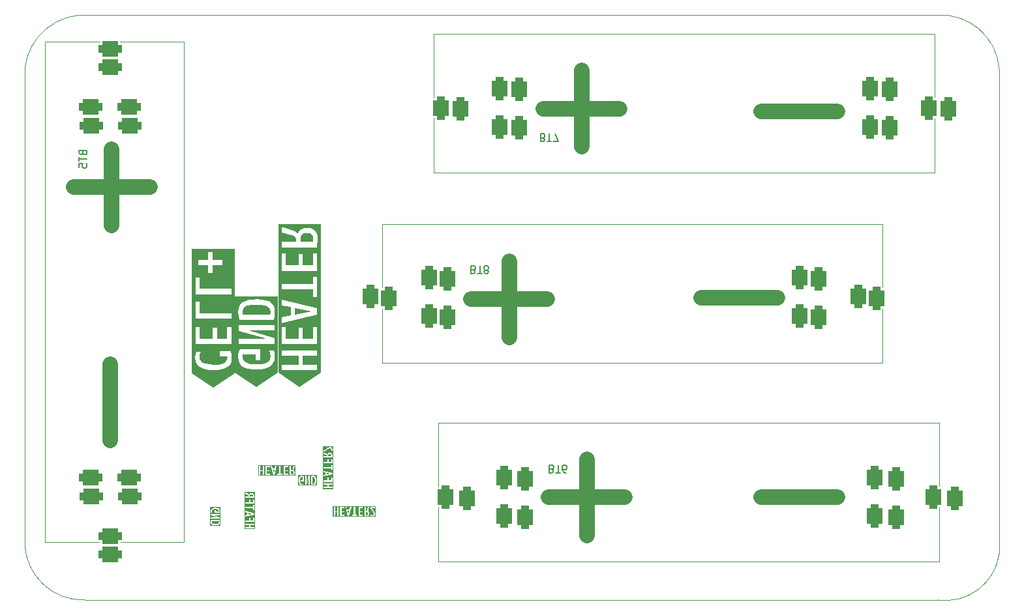
<source format=gbr>
%TF.GenerationSoftware,KiCad,Pcbnew,(6.0.7)*%
%TF.CreationDate,2022-11-15T13:11:22+02:00*%
%TF.ProjectId,Cell_Holder_Board_V2,43656c6c-5f48-46f6-9c64-65725f426f61,rev?*%
%TF.SameCoordinates,Original*%
%TF.FileFunction,Legend,Bot*%
%TF.FilePolarity,Positive*%
%FSLAX46Y46*%
G04 Gerber Fmt 4.6, Leading zero omitted, Abs format (unit mm)*
G04 Created by KiCad (PCBNEW (6.0.7)) date 2022-11-15 13:11:22*
%MOMM*%
%LPD*%
G01*
G04 APERTURE LIST*
G04 Aperture macros list*
%AMRoundRect*
0 Rectangle with rounded corners*
0 $1 Rounding radius*
0 $2 $3 $4 $5 $6 $7 $8 $9 X,Y pos of 4 corners*
0 Add a 4 corners polygon primitive as box body*
4,1,4,$2,$3,$4,$5,$6,$7,$8,$9,$2,$3,0*
0 Add four circle primitives for the rounded corners*
1,1,$1+$1,$2,$3*
1,1,$1+$1,$4,$5*
1,1,$1+$1,$6,$7*
1,1,$1+$1,$8,$9*
0 Add four rect primitives between the rounded corners*
20,1,$1+$1,$2,$3,$4,$5,0*
20,1,$1+$1,$4,$5,$6,$7,0*
20,1,$1+$1,$6,$7,$8,$9,0*
20,1,$1+$1,$8,$9,$2,$3,0*%
G04 Aperture macros list end*
%ADD10C,0.150000*%
%TA.AperFunction,Profile*%
%ADD11C,0.100000*%
%TD*%
%ADD12C,2.000000*%
%ADD13C,0.120000*%
%ADD14RoundRect,0.500000X0.500000X-1.000000X0.500000X1.000000X-0.500000X1.000000X-0.500000X-1.000000X0*%
%ADD15RoundRect,0.500000X-0.500000X1.000000X-0.500000X-1.000000X0.500000X-1.000000X0.500000X1.000000X0*%
%ADD16C,5.700000*%
%ADD17C,3.600000*%
%ADD18RoundRect,0.500000X-1.000000X-0.500000X1.000000X-0.500000X1.000000X0.500000X-1.000000X0.500000X0*%
%ADD19RoundRect,0.500000X1.000000X0.500000X-1.000000X0.500000X-1.000000X-0.500000X1.000000X-0.500000X0*%
%ADD20R,1.980000X3.960000*%
%ADD21O,1.980000X3.960000*%
G04 APERTURE END LIST*
D10*
X81915000Y-112395000D02*
X84455000Y-112395000D01*
X84455000Y-112395000D02*
X84455000Y-115443000D01*
X84455000Y-115443000D02*
X81915000Y-115443000D01*
X81915000Y-115443000D02*
X81915000Y-112395000D01*
X97155000Y-110744000D02*
X101600000Y-110744000D01*
X101600000Y-110744000D02*
X101600000Y-112141000D01*
X101600000Y-112141000D02*
X97155000Y-112141000D01*
X97155000Y-112141000D02*
X97155000Y-110744000D01*
D11*
X56278400Y-117520400D02*
G75*
G03*
X64028400Y-124770400I7563800J318200D01*
G01*
X182778400Y-118770400D02*
X182778400Y-55770400D01*
X174778400Y-124770402D02*
G75*
G03*
X182778400Y-118770400I1010310J6986252D01*
G01*
X64028400Y-124770400D02*
X174778400Y-124770400D01*
X174778400Y-48770400D02*
X64778400Y-48770400D01*
X64778401Y-48770393D02*
G75*
G03*
X56278400Y-55770400I-731671J-7772257D01*
G01*
X56278400Y-55770400D02*
X56278400Y-117520400D01*
X182778413Y-55770399D02*
G75*
G03*
X174778400Y-48770400I-7530713J-535101D01*
G01*
D10*
%TO.C,BT7*%
X123547285Y-64714428D02*
X123690142Y-64666809D01*
X123737761Y-64619190D01*
X123785380Y-64523952D01*
X123785380Y-64381095D01*
X123737761Y-64285857D01*
X123690142Y-64238238D01*
X123594904Y-64190619D01*
X123213952Y-64190619D01*
X123213952Y-65190619D01*
X123547285Y-65190619D01*
X123642523Y-65143000D01*
X123690142Y-65095380D01*
X123737761Y-65000142D01*
X123737761Y-64904904D01*
X123690142Y-64809666D01*
X123642523Y-64762047D01*
X123547285Y-64714428D01*
X123213952Y-64714428D01*
X124071095Y-65190619D02*
X124642523Y-65190619D01*
X124356809Y-64190619D02*
X124356809Y-65190619D01*
X124880619Y-65190619D02*
X125547285Y-65190619D01*
X125118714Y-64190619D01*
D12*
X123622419Y-60920428D02*
X133527180Y-60920428D01*
X128574800Y-55968047D02*
X128574800Y-65872809D01*
X151841819Y-61276028D02*
X161746580Y-61276028D01*
D10*
%TO.C,BT5*%
X63809571Y-66651285D02*
X63857190Y-66794142D01*
X63904809Y-66841761D01*
X64000047Y-66889380D01*
X64142904Y-66889380D01*
X64238142Y-66841761D01*
X64285761Y-66794142D01*
X64333380Y-66698904D01*
X64333380Y-66317952D01*
X63333380Y-66317952D01*
X63333380Y-66651285D01*
X63381000Y-66746523D01*
X63428619Y-66794142D01*
X63523857Y-66841761D01*
X63619095Y-66841761D01*
X63714333Y-66794142D01*
X63761952Y-66746523D01*
X63809571Y-66651285D01*
X63809571Y-66317952D01*
X63333380Y-67175095D02*
X63333380Y-67746523D01*
X64333380Y-67460809D02*
X63333380Y-67460809D01*
X63333380Y-68556047D02*
X63333380Y-68079857D01*
X63809571Y-68032238D01*
X63761952Y-68079857D01*
X63714333Y-68175095D01*
X63714333Y-68413190D01*
X63761952Y-68508428D01*
X63809571Y-68556047D01*
X63904809Y-68603666D01*
X64142904Y-68603666D01*
X64238142Y-68556047D01*
X64285761Y-68508428D01*
X64333380Y-68413190D01*
X64333380Y-68175095D01*
X64285761Y-68079857D01*
X64238142Y-68032238D01*
D12*
X67332571Y-94120319D02*
X67332571Y-104025080D01*
X67578171Y-66167619D02*
X67578171Y-76072380D01*
X72530552Y-71120000D02*
X62625790Y-71119999D01*
D10*
%TO.C,BT6*%
X124690285Y-107767428D02*
X124833142Y-107719809D01*
X124880761Y-107672190D01*
X124928380Y-107576952D01*
X124928380Y-107434095D01*
X124880761Y-107338857D01*
X124833142Y-107291238D01*
X124737904Y-107243619D01*
X124356952Y-107243619D01*
X124356952Y-108243619D01*
X124690285Y-108243619D01*
X124785523Y-108196000D01*
X124833142Y-108148380D01*
X124880761Y-108053142D01*
X124880761Y-107957904D01*
X124833142Y-107862666D01*
X124785523Y-107815047D01*
X124690285Y-107767428D01*
X124356952Y-107767428D01*
X125214095Y-108243619D02*
X125785523Y-108243619D01*
X125499809Y-107243619D02*
X125499809Y-108243619D01*
X126547428Y-108243619D02*
X126356952Y-108243619D01*
X126261714Y-108196000D01*
X126214095Y-108148380D01*
X126118857Y-108005523D01*
X126071238Y-107815047D01*
X126071238Y-107434095D01*
X126118857Y-107338857D01*
X126166476Y-107291238D01*
X126261714Y-107243619D01*
X126452190Y-107243619D01*
X126547428Y-107291238D01*
X126595047Y-107338857D01*
X126642666Y-107434095D01*
X126642666Y-107672190D01*
X126595047Y-107767428D01*
X126547428Y-107815047D01*
X126452190Y-107862666D01*
X126261714Y-107862666D01*
X126166476Y-107815047D01*
X126118857Y-107767428D01*
X126071238Y-107672190D01*
D12*
X151879919Y-111381828D02*
X161784680Y-111381828D01*
X124282819Y-111441028D02*
X134187580Y-111441028D01*
X129235200Y-106488647D02*
X129235200Y-116393409D01*
D10*
%TO.C,BT8*%
X114530285Y-81859428D02*
X114673142Y-81811809D01*
X114720761Y-81764190D01*
X114768380Y-81668952D01*
X114768380Y-81526095D01*
X114720761Y-81430857D01*
X114673142Y-81383238D01*
X114577904Y-81335619D01*
X114196952Y-81335619D01*
X114196952Y-82335619D01*
X114530285Y-82335619D01*
X114625523Y-82288000D01*
X114673142Y-82240380D01*
X114720761Y-82145142D01*
X114720761Y-82049904D01*
X114673142Y-81954666D01*
X114625523Y-81907047D01*
X114530285Y-81859428D01*
X114196952Y-81859428D01*
X115054095Y-82335619D02*
X115625523Y-82335619D01*
X115339809Y-81335619D02*
X115339809Y-82335619D01*
X116101714Y-81907047D02*
X116006476Y-81954666D01*
X115958857Y-82002285D01*
X115911238Y-82097523D01*
X115911238Y-82145142D01*
X115958857Y-82240380D01*
X116006476Y-82288000D01*
X116101714Y-82335619D01*
X116292190Y-82335619D01*
X116387428Y-82288000D01*
X116435047Y-82240380D01*
X116482666Y-82145142D01*
X116482666Y-82097523D01*
X116435047Y-82002285D01*
X116387428Y-81954666D01*
X116292190Y-81907047D01*
X116101714Y-81907047D01*
X116006476Y-81859428D01*
X115958857Y-81811809D01*
X115911238Y-81716571D01*
X115911238Y-81526095D01*
X115958857Y-81430857D01*
X116006476Y-81383238D01*
X116101714Y-81335619D01*
X116292190Y-81335619D01*
X116387428Y-81383238D01*
X116435047Y-81430857D01*
X116482666Y-81526095D01*
X116482666Y-81716571D01*
X116435047Y-81811809D01*
X116387428Y-81859428D01*
X116292190Y-81907047D01*
D12*
X144094819Y-85482228D02*
X153999580Y-85482228D01*
X114199019Y-85685428D02*
X124103780Y-85685428D01*
X119151400Y-80733047D02*
X119151400Y-90637809D01*
%TO.C,kibuzzard-63736DC2*%
G36*
X88605519Y-108346875D02*
G01*
X88603931Y-108346875D01*
X88495981Y-107802362D01*
X88713469Y-107802362D01*
X88605519Y-108346875D01*
G37*
G36*
X91026456Y-107993656D02*
G01*
X91094719Y-108029375D01*
X91132819Y-108093669D01*
X91145519Y-108191300D01*
X91133613Y-108284764D01*
X91097894Y-108349256D01*
X91037966Y-108386761D01*
X90953431Y-108399263D01*
X90861356Y-108386563D01*
X90861356Y-107981750D01*
X90923269Y-107981750D01*
X91026456Y-107993656D01*
G37*
G36*
X86604475Y-107263406D02*
G01*
X91449525Y-107263406D01*
X91449525Y-108636594D01*
X86604475Y-108636594D01*
X86604475Y-108521500D01*
X86703694Y-108521500D01*
X86876731Y-108521500D01*
X86876731Y-108053188D01*
X87159306Y-108053188D01*
X87159306Y-108521500D01*
X87338694Y-108521500D01*
X87540306Y-108521500D01*
X88095931Y-108521500D01*
X88095931Y-108383388D01*
X87718106Y-108383388D01*
X87718106Y-108053188D01*
X88080056Y-108053188D01*
X88080056Y-107918250D01*
X87718106Y-107918250D01*
X87718106Y-107500737D01*
X88095931Y-107500737D01*
X88095931Y-107362625D01*
X88230869Y-107362625D01*
X88503919Y-108521500D01*
X88710294Y-108521500D01*
X89077006Y-108521500D01*
X89727881Y-108521500D01*
X89921556Y-108521500D01*
X90477181Y-108521500D01*
X90477181Y-108505625D01*
X90683556Y-108505625D01*
X90772103Y-108523264D01*
X90862062Y-108533847D01*
X90953431Y-108537375D01*
X91068172Y-108528115D01*
X91160512Y-108500333D01*
X91230450Y-108454031D01*
X91279398Y-108387797D01*
X91308767Y-108300220D01*
X91318556Y-108191300D01*
X91307444Y-108087517D01*
X91274106Y-108003181D01*
X91218544Y-107938292D01*
X91140756Y-107892850D01*
X91140756Y-107889675D01*
X91201081Y-107811094D01*
X91251881Y-107686475D01*
X91350306Y-107362625D01*
X91167744Y-107362625D01*
X91075669Y-107696000D01*
X91049673Y-107768033D01*
X91019313Y-107812681D01*
X90923269Y-107843637D01*
X90861356Y-107843637D01*
X90861356Y-107362625D01*
X90683556Y-107362625D01*
X90683556Y-108505625D01*
X90477181Y-108505625D01*
X90477181Y-108383388D01*
X90099356Y-108383388D01*
X90099356Y-108053188D01*
X90461306Y-108053188D01*
X90461306Y-107918250D01*
X90099356Y-107918250D01*
X90099356Y-107500737D01*
X90477181Y-107500737D01*
X90477181Y-107362625D01*
X89921556Y-107362625D01*
X89921556Y-108521500D01*
X89727881Y-108521500D01*
X89727881Y-108383388D01*
X89491344Y-108383388D01*
X89491344Y-107362625D01*
X89313544Y-107362625D01*
X89313544Y-108383388D01*
X89077006Y-108383388D01*
X89077006Y-108521500D01*
X88710294Y-108521500D01*
X88984931Y-107362625D01*
X88800781Y-107362625D01*
X88740456Y-107667425D01*
X88468994Y-107667425D01*
X88408669Y-107362625D01*
X88230869Y-107362625D01*
X88095931Y-107362625D01*
X87540306Y-107362625D01*
X87540306Y-108521500D01*
X87338694Y-108521500D01*
X87338694Y-107362625D01*
X87159306Y-107362625D01*
X87159306Y-107918250D01*
X86876731Y-107918250D01*
X86876731Y-107362625D01*
X86703694Y-107362625D01*
X86703694Y-108521500D01*
X86604475Y-108521500D01*
X86604475Y-107263406D01*
G37*
%TO.C,kibuzzard-63736FCA*%
G36*
X96027875Y-108350050D02*
G01*
X96027875Y-108351638D01*
X95483362Y-108459588D01*
X95483362Y-108242100D01*
X96027875Y-108350050D01*
G37*
G36*
X96317594Y-104786906D02*
G01*
X96317594Y-110351094D01*
X94944406Y-110351094D01*
X94944406Y-110251875D01*
X95043625Y-110251875D01*
X96202500Y-110251875D01*
X96202500Y-110078838D01*
X95734188Y-110078838D01*
X95734188Y-109796263D01*
X96202500Y-109796263D01*
X96202500Y-109616875D01*
X95043625Y-109616875D01*
X95043625Y-109796263D01*
X95599250Y-109796263D01*
X95599250Y-110078838D01*
X95043625Y-110078838D01*
X95043625Y-110251875D01*
X94944406Y-110251875D01*
X94944406Y-109415263D01*
X95043625Y-109415263D01*
X96202500Y-109415263D01*
X96202500Y-108859638D01*
X96064388Y-108859638D01*
X96064388Y-109237463D01*
X95734188Y-109237463D01*
X95734188Y-108875513D01*
X95599250Y-108875513D01*
X95599250Y-109237463D01*
X95181737Y-109237463D01*
X95181737Y-108859638D01*
X95043625Y-108859638D01*
X95043625Y-109415263D01*
X94944406Y-109415263D01*
X94944406Y-107970638D01*
X95043625Y-107970638D01*
X95043625Y-108154788D01*
X95348425Y-108215113D01*
X95348425Y-108486575D01*
X95043625Y-108546900D01*
X95043625Y-108724700D01*
X96202500Y-108451650D01*
X96202500Y-108245275D01*
X95043625Y-107970638D01*
X94944406Y-107970638D01*
X94944406Y-107464225D01*
X95043625Y-107464225D01*
X95043625Y-107642025D01*
X96064388Y-107642025D01*
X96064388Y-107878563D01*
X96202500Y-107878563D01*
X96202500Y-107227687D01*
X96064388Y-107227687D01*
X96064388Y-107464225D01*
X95043625Y-107464225D01*
X94944406Y-107464225D01*
X94944406Y-107034012D01*
X95043625Y-107034012D01*
X96202500Y-107034012D01*
X96202500Y-106478387D01*
X96064388Y-106478387D01*
X96064388Y-106856212D01*
X95734188Y-106856212D01*
X95734188Y-106494262D01*
X95599250Y-106494262D01*
X95599250Y-106856212D01*
X95181737Y-106856212D01*
X95181737Y-106478387D01*
X95043625Y-106478387D01*
X95043625Y-107034012D01*
X94944406Y-107034012D01*
X94944406Y-106272012D01*
X95043625Y-106272012D01*
X96186625Y-106272012D01*
X96204264Y-106183465D01*
X96214847Y-106093507D01*
X96218375Y-106002137D01*
X96209115Y-105887397D01*
X96181333Y-105795057D01*
X96135031Y-105725119D01*
X96068797Y-105676171D01*
X95981220Y-105646802D01*
X95872300Y-105637012D01*
X95768517Y-105648125D01*
X95684181Y-105681462D01*
X95619292Y-105737025D01*
X95573850Y-105814812D01*
X95570675Y-105814812D01*
X95492094Y-105754487D01*
X95367475Y-105703687D01*
X95043625Y-105605262D01*
X95043625Y-105787825D01*
X95377000Y-105879900D01*
X95449033Y-105905895D01*
X95493681Y-105936256D01*
X95524637Y-106032300D01*
X95524637Y-106094212D01*
X95043625Y-106094212D01*
X95043625Y-106272012D01*
X94944406Y-106272012D01*
X94944406Y-105457625D01*
X95043625Y-105457625D01*
X95181737Y-105457625D01*
X95300217Y-105355701D01*
X95413448Y-105269458D01*
X95521430Y-105198895D01*
X95624164Y-105144013D01*
X95721649Y-105104811D01*
X95813886Y-105081290D01*
X95900875Y-105073450D01*
X95981838Y-105081983D01*
X96037400Y-105107581D01*
X96080263Y-105211562D01*
X96069856Y-105286175D01*
X96038635Y-105368196D01*
X95986600Y-105457625D01*
X96135825Y-105457625D01*
X96181686Y-105369783D01*
X96209203Y-105275592D01*
X96218375Y-105175050D01*
X96198730Y-105054598D01*
X96139794Y-104966294D01*
X96042758Y-104912120D01*
X95908813Y-104894062D01*
X95808271Y-104904028D01*
X95701379Y-104933926D01*
X95588137Y-104983756D01*
X95497452Y-105035499D01*
X95400019Y-105101033D01*
X95295839Y-105180358D01*
X95184912Y-105273475D01*
X95181737Y-105273475D01*
X95181737Y-104886125D01*
X95043625Y-104886125D01*
X95043625Y-105457625D01*
X94944406Y-105457625D01*
X94944406Y-104786906D01*
X96317594Y-104786906D01*
G37*
G36*
X95965764Y-105821956D02*
G01*
X96030256Y-105857675D01*
X96067761Y-105917603D01*
X96080263Y-106002137D01*
X96067563Y-106094212D01*
X95662750Y-106094212D01*
X95662750Y-106032300D01*
X95674656Y-105929112D01*
X95710375Y-105860850D01*
X95774669Y-105822750D01*
X95872300Y-105810050D01*
X95965764Y-105821956D01*
G37*
G36*
X100699888Y-113327656D02*
G01*
X100768150Y-113363375D01*
X100806250Y-113427669D01*
X100818950Y-113525300D01*
X100807044Y-113618764D01*
X100771325Y-113683256D01*
X100711397Y-113720761D01*
X100626863Y-113733263D01*
X100534788Y-113720563D01*
X100534788Y-113315750D01*
X100596700Y-113315750D01*
X100699888Y-113327656D01*
G37*
G36*
X98278950Y-113680875D02*
G01*
X98277362Y-113680875D01*
X98169412Y-113136362D01*
X98386900Y-113136362D01*
X98278950Y-113680875D01*
G37*
G36*
X96277906Y-112597406D02*
G01*
X101842094Y-112597406D01*
X101842094Y-113970594D01*
X96277906Y-113970594D01*
X96277906Y-113855500D01*
X96377125Y-113855500D01*
X96550162Y-113855500D01*
X96550162Y-113387188D01*
X96832737Y-113387188D01*
X96832737Y-113855500D01*
X97012125Y-113855500D01*
X97213737Y-113855500D01*
X97769362Y-113855500D01*
X97769362Y-113717388D01*
X97391537Y-113717388D01*
X97391537Y-113387188D01*
X97753487Y-113387188D01*
X97753487Y-113252250D01*
X97391537Y-113252250D01*
X97391537Y-112834737D01*
X97769362Y-112834737D01*
X97769362Y-112696625D01*
X97904300Y-112696625D01*
X98177350Y-113855500D01*
X98383725Y-113855500D01*
X98750437Y-113855500D01*
X99401313Y-113855500D01*
X99594988Y-113855500D01*
X100150613Y-113855500D01*
X100150613Y-113839625D01*
X100356988Y-113839625D01*
X100445535Y-113857264D01*
X100535493Y-113867847D01*
X100626863Y-113871375D01*
X100741603Y-113862115D01*
X100833943Y-113834333D01*
X100902682Y-113788825D01*
X101171375Y-113788825D01*
X101259217Y-113834686D01*
X101353408Y-113862203D01*
X101453950Y-113871375D01*
X101574402Y-113851730D01*
X101662706Y-113792794D01*
X101716880Y-113695758D01*
X101734938Y-113561813D01*
X101724972Y-113461271D01*
X101695074Y-113354379D01*
X101645244Y-113241137D01*
X101593501Y-113150452D01*
X101527967Y-113053019D01*
X101448642Y-112948839D01*
X101355525Y-112837912D01*
X101355525Y-112834737D01*
X101742875Y-112834737D01*
X101742875Y-112696625D01*
X101171375Y-112696625D01*
X101171375Y-112834737D01*
X101273299Y-112953217D01*
X101359542Y-113066448D01*
X101430105Y-113174430D01*
X101484987Y-113277164D01*
X101524189Y-113374649D01*
X101547710Y-113466886D01*
X101555550Y-113553875D01*
X101547017Y-113634838D01*
X101521419Y-113690400D01*
X101417438Y-113733263D01*
X101342825Y-113722856D01*
X101260804Y-113691635D01*
X101171375Y-113639600D01*
X101171375Y-113788825D01*
X100902682Y-113788825D01*
X100903881Y-113788031D01*
X100952829Y-113721797D01*
X100982198Y-113634220D01*
X100991988Y-113525300D01*
X100980875Y-113421517D01*
X100947538Y-113337181D01*
X100891975Y-113272292D01*
X100814188Y-113226850D01*
X100814188Y-113223675D01*
X100874513Y-113145094D01*
X100925313Y-113020475D01*
X101023738Y-112696625D01*
X100841175Y-112696625D01*
X100749100Y-113030000D01*
X100723105Y-113102033D01*
X100692744Y-113146681D01*
X100596700Y-113177637D01*
X100534788Y-113177637D01*
X100534788Y-112696625D01*
X100356988Y-112696625D01*
X100356988Y-113839625D01*
X100150613Y-113839625D01*
X100150613Y-113717388D01*
X99772788Y-113717388D01*
X99772788Y-113387188D01*
X100134738Y-113387188D01*
X100134738Y-113252250D01*
X99772788Y-113252250D01*
X99772788Y-112834737D01*
X100150613Y-112834737D01*
X100150613Y-112696625D01*
X99594988Y-112696625D01*
X99594988Y-113855500D01*
X99401313Y-113855500D01*
X99401313Y-113717388D01*
X99164775Y-113717388D01*
X99164775Y-112696625D01*
X98986975Y-112696625D01*
X98986975Y-113717388D01*
X98750437Y-113717388D01*
X98750437Y-113855500D01*
X98383725Y-113855500D01*
X98658362Y-112696625D01*
X98474212Y-112696625D01*
X98413887Y-113001425D01*
X98142425Y-113001425D01*
X98082100Y-112696625D01*
X97904300Y-112696625D01*
X97769362Y-112696625D01*
X97213737Y-112696625D01*
X97213737Y-113855500D01*
X97012125Y-113855500D01*
X97012125Y-112696625D01*
X96832737Y-112696625D01*
X96832737Y-113252250D01*
X96550162Y-113252250D01*
X96550162Y-112696625D01*
X96377125Y-112696625D01*
X96377125Y-113855500D01*
X96277906Y-113855500D01*
X96277906Y-112597406D01*
G37*
%TO.C,kibuzzard-63736DA7*%
G36*
X91724162Y-108525469D02*
G01*
X94203838Y-108525469D01*
X94203838Y-109914531D01*
X91724162Y-109914531D01*
X91724162Y-109227938D01*
X91823381Y-109227938D01*
X91830079Y-109370118D01*
X91850170Y-109491859D01*
X91883657Y-109593162D01*
X91930537Y-109674025D01*
X92013881Y-109752518D01*
X92121037Y-109799614D01*
X92252006Y-109815313D01*
X92353209Y-109806581D01*
X92379726Y-109799438D01*
X92656819Y-109799438D01*
X92840969Y-109799438D01*
X93088619Y-108958062D01*
X93093381Y-108958062D01*
X93093381Y-109799438D01*
X93260069Y-109799438D01*
X93260069Y-109783563D01*
X93437869Y-109783563D01*
X93562091Y-109807375D01*
X93687106Y-109815313D01*
X93821426Y-109800937D01*
X93928053Y-109757810D01*
X94006988Y-109685931D01*
X94049701Y-109609285D01*
X94080211Y-109508727D01*
X94098517Y-109384257D01*
X94104619Y-109235875D01*
X94099415Y-109092118D01*
X94083805Y-108969881D01*
X94057788Y-108869162D01*
X94000439Y-108754267D01*
X93922056Y-108679456D01*
X93818869Y-108638380D01*
X93687106Y-108624687D01*
X93557328Y-108632625D01*
X93437869Y-108656437D01*
X93437869Y-109783563D01*
X93260069Y-109783563D01*
X93260069Y-108640562D01*
X93082269Y-108640562D01*
X92834619Y-109481938D01*
X92831444Y-109481938D01*
X92831444Y-108640562D01*
X92656819Y-108640562D01*
X92656819Y-109799438D01*
X92379726Y-109799438D01*
X92450444Y-109780388D01*
X92450444Y-109637513D01*
X92349241Y-109666088D01*
X92252006Y-109675613D01*
X92138897Y-109650411D01*
X92059919Y-109574806D01*
X92025523Y-109491463D01*
X92004885Y-109375840D01*
X91998006Y-109227938D01*
X92004533Y-109076596D01*
X92024112Y-108957004D01*
X92056744Y-108869162D01*
X92128181Y-108788200D01*
X92225019Y-108761212D01*
X92320269Y-108780262D01*
X92320269Y-109196187D01*
X92120244Y-109196187D01*
X92120244Y-109331125D01*
X92490131Y-109331125D01*
X92490131Y-108680250D01*
X92405112Y-108649382D01*
X92315153Y-108630861D01*
X92220256Y-108624687D01*
X92127239Y-108634113D01*
X92046623Y-108662391D01*
X91978411Y-108709520D01*
X91922600Y-108775500D01*
X91879192Y-108860332D01*
X91848186Y-108964016D01*
X91829582Y-109086551D01*
X91823381Y-109227938D01*
X91724162Y-109227938D01*
X91724162Y-108525469D01*
G37*
G36*
X93798033Y-108786612D02*
G01*
X93873638Y-108862812D01*
X93905828Y-108949419D01*
X93925143Y-109073774D01*
X93931581Y-109235875D01*
X93925055Y-109382631D01*
X93905476Y-109496931D01*
X93872844Y-109578775D01*
X93797041Y-109652594D01*
X93687106Y-109677200D01*
X93615669Y-109662913D01*
X93615669Y-108775500D01*
X93687106Y-108761212D01*
X93798033Y-108786612D01*
G37*
%TO.C,kibuzzard-63736DC2*%
G36*
X85805764Y-111050387D02*
G01*
X85870256Y-111086106D01*
X85907761Y-111146034D01*
X85920263Y-111230569D01*
X85907563Y-111322644D01*
X85502750Y-111322644D01*
X85502750Y-111260731D01*
X85514656Y-111157544D01*
X85550375Y-111089281D01*
X85614669Y-111051181D01*
X85712300Y-111038481D01*
X85805764Y-111050387D01*
G37*
G36*
X85867875Y-113578481D02*
G01*
X85867875Y-113580069D01*
X85323362Y-113688019D01*
X85323362Y-113470531D01*
X85867875Y-113578481D01*
G37*
G36*
X86157594Y-110734475D02*
G01*
X86157594Y-115579525D01*
X84784406Y-115579525D01*
X84784406Y-115480306D01*
X84883625Y-115480306D01*
X86042500Y-115480306D01*
X86042500Y-115307269D01*
X85574188Y-115307269D01*
X85574188Y-115024694D01*
X86042500Y-115024694D01*
X86042500Y-114845306D01*
X84883625Y-114845306D01*
X84883625Y-115024694D01*
X85439250Y-115024694D01*
X85439250Y-115307269D01*
X84883625Y-115307269D01*
X84883625Y-115480306D01*
X84784406Y-115480306D01*
X84784406Y-114643694D01*
X84883625Y-114643694D01*
X86042500Y-114643694D01*
X86042500Y-114088069D01*
X85904388Y-114088069D01*
X85904388Y-114465894D01*
X85574188Y-114465894D01*
X85574188Y-114103944D01*
X85439250Y-114103944D01*
X85439250Y-114465894D01*
X85021737Y-114465894D01*
X85021737Y-114088069D01*
X84883625Y-114088069D01*
X84883625Y-114643694D01*
X84784406Y-114643694D01*
X84784406Y-113199069D01*
X84883625Y-113199069D01*
X84883625Y-113383219D01*
X85188425Y-113443544D01*
X85188425Y-113715006D01*
X84883625Y-113775331D01*
X84883625Y-113953131D01*
X86042500Y-113680081D01*
X86042500Y-113473706D01*
X84883625Y-113199069D01*
X84784406Y-113199069D01*
X84784406Y-112692656D01*
X84883625Y-112692656D01*
X84883625Y-112870456D01*
X85904388Y-112870456D01*
X85904388Y-113106994D01*
X86042500Y-113106994D01*
X86042500Y-112456119D01*
X85904388Y-112456119D01*
X85904388Y-112692656D01*
X84883625Y-112692656D01*
X84784406Y-112692656D01*
X84784406Y-112262444D01*
X84883625Y-112262444D01*
X86042500Y-112262444D01*
X86042500Y-111706819D01*
X85904388Y-111706819D01*
X85904388Y-112084644D01*
X85574188Y-112084644D01*
X85574188Y-111722694D01*
X85439250Y-111722694D01*
X85439250Y-112084644D01*
X85021737Y-112084644D01*
X85021737Y-111706819D01*
X84883625Y-111706819D01*
X84883625Y-112262444D01*
X84784406Y-112262444D01*
X84784406Y-111016256D01*
X84883625Y-111016256D01*
X85217000Y-111108331D01*
X85289033Y-111134327D01*
X85333681Y-111164687D01*
X85364637Y-111260731D01*
X85364637Y-111322644D01*
X84883625Y-111322644D01*
X84883625Y-111500444D01*
X86026625Y-111500444D01*
X86044264Y-111411897D01*
X86054847Y-111321938D01*
X86058375Y-111230569D01*
X86049115Y-111115828D01*
X86021333Y-111023488D01*
X85975031Y-110953550D01*
X85908797Y-110904602D01*
X85821220Y-110875233D01*
X85712300Y-110865444D01*
X85608517Y-110876556D01*
X85524181Y-110909894D01*
X85459292Y-110965456D01*
X85413850Y-111043244D01*
X85410675Y-111043244D01*
X85332094Y-110982919D01*
X85207475Y-110932119D01*
X84883625Y-110833694D01*
X84883625Y-111016256D01*
X84784406Y-111016256D01*
X84784406Y-110734475D01*
X86157594Y-110734475D01*
G37*
%TO.C,kibuzzard-63736DA7*%
G36*
X80331469Y-115158838D02*
G01*
X80331469Y-114642106D01*
X80430687Y-114642106D01*
X80445063Y-114776426D01*
X80488190Y-114883053D01*
X80560069Y-114961988D01*
X80636715Y-115004701D01*
X80737273Y-115035211D01*
X80861743Y-115053517D01*
X81010125Y-115059619D01*
X81153882Y-115054415D01*
X81276119Y-115038805D01*
X81376838Y-115012788D01*
X81491733Y-114955439D01*
X81566544Y-114877056D01*
X81607620Y-114773869D01*
X81621313Y-114642106D01*
X81613375Y-114512328D01*
X81589563Y-114392869D01*
X80462437Y-114392869D01*
X80438625Y-114517091D01*
X80430687Y-114642106D01*
X80331469Y-114642106D01*
X80331469Y-114215069D01*
X80446562Y-114215069D01*
X81605438Y-114215069D01*
X81605438Y-114037269D01*
X80764062Y-113789619D01*
X80764062Y-113786444D01*
X81605438Y-113786444D01*
X81605438Y-113611819D01*
X80446562Y-113611819D01*
X80446562Y-113795969D01*
X81287938Y-114043619D01*
X81287938Y-114048381D01*
X80446562Y-114048381D01*
X80446562Y-114215069D01*
X80331469Y-114215069D01*
X80331469Y-113207006D01*
X80430687Y-113207006D01*
X80439419Y-113308209D01*
X80465612Y-113405444D01*
X80608487Y-113405444D01*
X80579912Y-113304241D01*
X80570387Y-113207006D01*
X80595589Y-113093897D01*
X80671194Y-113014919D01*
X80754537Y-112980523D01*
X80870160Y-112959885D01*
X81018062Y-112953006D01*
X81169404Y-112959533D01*
X81288996Y-112979112D01*
X81376838Y-113011744D01*
X81457800Y-113083181D01*
X81484788Y-113180019D01*
X81465738Y-113275269D01*
X81049813Y-113275269D01*
X81049813Y-113075244D01*
X80914875Y-113075244D01*
X80914875Y-113445131D01*
X81565750Y-113445131D01*
X81596618Y-113360112D01*
X81615139Y-113270153D01*
X81621313Y-113175256D01*
X81611887Y-113082239D01*
X81583609Y-113001623D01*
X81536480Y-112933411D01*
X81470500Y-112877600D01*
X81385668Y-112834192D01*
X81281984Y-112803186D01*
X81159449Y-112784582D01*
X81018062Y-112778381D01*
X80875882Y-112785079D01*
X80754141Y-112805170D01*
X80652838Y-112838657D01*
X80571975Y-112885537D01*
X80493482Y-112968881D01*
X80446386Y-113076037D01*
X80430687Y-113207006D01*
X80331469Y-113207006D01*
X80331469Y-112679162D01*
X81720531Y-112679162D01*
X81720531Y-115158838D01*
X80331469Y-115158838D01*
G37*
G36*
X81484788Y-114642106D02*
G01*
X81459388Y-114753033D01*
X81383188Y-114828638D01*
X81296581Y-114860828D01*
X81172226Y-114880143D01*
X81010125Y-114886581D01*
X80863369Y-114880055D01*
X80749069Y-114860476D01*
X80667225Y-114827844D01*
X80593406Y-114752041D01*
X80568800Y-114642106D01*
X80583087Y-114570669D01*
X81470500Y-114570669D01*
X81484788Y-114642106D01*
G37*
D13*
%TO.C,BT7*%
X109384400Y-69206400D02*
X174384400Y-69206400D01*
X174384400Y-69206400D02*
X174384400Y-51206400D01*
X174384400Y-51206400D02*
X109384400Y-51206400D01*
X109384400Y-51206400D02*
X109384400Y-69206400D01*
%TO.C,kibuzzard-63734D11*%
G36*
X93287056Y-77145092D02*
G01*
X93545025Y-77287967D01*
X93695044Y-77527679D01*
X93745050Y-77865817D01*
X93694250Y-78234117D01*
X92075000Y-78234117D01*
X92075000Y-77986467D01*
X92122625Y-77573717D01*
X92265500Y-77300667D01*
X92522675Y-77148267D01*
X92913200Y-77097467D01*
X93287056Y-77145092D01*
G37*
G36*
X93535500Y-87257467D02*
G01*
X93535500Y-87263817D01*
X91357450Y-87695617D01*
X91357450Y-86825667D01*
X93535500Y-87257467D01*
G37*
G36*
X94694375Y-75881442D02*
G01*
X94694375Y-95261642D01*
X91948000Y-97092558D01*
X89201625Y-95261642D01*
X89201625Y-94864767D01*
X89598500Y-94864767D01*
X94234000Y-94864767D01*
X94234000Y-94172617D01*
X92360750Y-94172617D01*
X92360750Y-93042317D01*
X94234000Y-93042317D01*
X94234000Y-92324767D01*
X89598500Y-92324767D01*
X89598500Y-93042317D01*
X91821000Y-93042317D01*
X91821000Y-94172617D01*
X89598500Y-94172617D01*
X89598500Y-94864767D01*
X89201625Y-94864767D01*
X89201625Y-91518317D01*
X89598500Y-91518317D01*
X94234000Y-91518317D01*
X94234000Y-89295817D01*
X93681550Y-89295817D01*
X93681550Y-90807117D01*
X92360750Y-90807117D01*
X92360750Y-89359317D01*
X91821000Y-89359317D01*
X91821000Y-90807117D01*
X90150950Y-90807117D01*
X90150950Y-89295817D01*
X89598500Y-89295817D01*
X89598500Y-91518317D01*
X89201625Y-91518317D01*
X89201625Y-85739817D01*
X89598500Y-85739817D01*
X89598500Y-86476417D01*
X90817700Y-86717717D01*
X90817700Y-87803567D01*
X89598500Y-88044867D01*
X89598500Y-88756067D01*
X94234000Y-87663867D01*
X94234000Y-86838367D01*
X89598500Y-85739817D01*
X89201625Y-85739817D01*
X89201625Y-83714167D01*
X89598500Y-83714167D01*
X89598500Y-84425367D01*
X93681550Y-84425367D01*
X93681550Y-85371517D01*
X94234000Y-85371517D01*
X94234000Y-82768017D01*
X93681550Y-82768017D01*
X93681550Y-83714167D01*
X89598500Y-83714167D01*
X89201625Y-83714167D01*
X89201625Y-81993317D01*
X89598500Y-81993317D01*
X94234000Y-81993317D01*
X94234000Y-79770817D01*
X93681550Y-79770817D01*
X93681550Y-81282117D01*
X92360750Y-81282117D01*
X92360750Y-79834317D01*
X91821000Y-79834317D01*
X91821000Y-81282117D01*
X90150950Y-81282117D01*
X90150950Y-79770817D01*
X89598500Y-79770817D01*
X89598500Y-81993317D01*
X89201625Y-81993317D01*
X89201625Y-77008567D01*
X89598500Y-77008567D01*
X90932000Y-77376867D01*
X91220131Y-77480848D01*
X91398725Y-77602292D01*
X91522550Y-77986467D01*
X91522550Y-78234117D01*
X89598500Y-78234117D01*
X89598500Y-78945317D01*
X94170500Y-78945317D01*
X94241056Y-78591128D01*
X94283389Y-78231294D01*
X94297500Y-77865817D01*
X94260458Y-77406853D01*
X94149333Y-77037494D01*
X93964125Y-76757742D01*
X93699189Y-76561950D01*
X93348881Y-76444475D01*
X92913200Y-76405317D01*
X92498069Y-76449767D01*
X92160725Y-76583117D01*
X91901169Y-76805367D01*
X91719400Y-77116517D01*
X91706700Y-77116517D01*
X91392375Y-76875217D01*
X90893900Y-76672017D01*
X89598500Y-76278317D01*
X89598500Y-77008567D01*
X89201625Y-77008567D01*
X89201625Y-75881442D01*
X94694375Y-75881442D01*
G37*
%TO.C,kibuzzard-63734D02*%
G36*
X87010522Y-86415739D02*
G01*
X87467722Y-86494056D01*
X87795100Y-86624583D01*
X88090375Y-86927796D01*
X88188800Y-87367533D01*
X88131650Y-87653283D01*
X84582000Y-87653283D01*
X84524850Y-87367533D01*
X84626450Y-86923827D01*
X84931250Y-86621408D01*
X85277678Y-86492644D01*
X85775094Y-86415386D01*
X86423500Y-86389633D01*
X87010522Y-86415739D01*
G37*
G36*
X89138125Y-85300608D02*
G01*
X89138125Y-95219308D01*
X86360000Y-97071392D01*
X83581875Y-95219308D01*
X83581875Y-93234933D01*
X83978750Y-93234933D01*
X84016453Y-93607004D01*
X84129562Y-93929465D01*
X84318078Y-94202316D01*
X84582000Y-94425558D01*
X84921328Y-94599191D01*
X85336062Y-94723215D01*
X85826203Y-94797629D01*
X86391750Y-94822433D01*
X86960472Y-94795644D01*
X87447438Y-94715277D01*
X87852647Y-94581332D01*
X88176100Y-94393808D01*
X88490072Y-94060433D01*
X88678456Y-93631808D01*
X88741250Y-93107933D01*
X88706325Y-92703121D01*
X88601550Y-92314183D01*
X88030050Y-92314183D01*
X88144350Y-92718996D01*
X88182450Y-93107933D01*
X88081644Y-93560371D01*
X87779225Y-93876283D01*
X87445850Y-94013867D01*
X86983358Y-94096417D01*
X86391750Y-94123933D01*
X85786383Y-94097828D01*
X85308017Y-94019511D01*
X84956650Y-93888983D01*
X84632800Y-93603233D01*
X84524850Y-93215883D01*
X84601050Y-92834883D01*
X86264750Y-92834883D01*
X86264750Y-93634983D01*
X86804500Y-93634983D01*
X86804500Y-92155433D01*
X84201000Y-92155433D01*
X84077528Y-92495511D01*
X84003444Y-92855344D01*
X83978750Y-93234933D01*
X83581875Y-93234933D01*
X83581875Y-91488683D01*
X84042250Y-91488683D01*
X88677750Y-91488683D01*
X88677750Y-90752083D01*
X85312250Y-89761483D01*
X85312250Y-89742433D01*
X88677750Y-89742433D01*
X88677750Y-89075683D01*
X84042250Y-89075683D01*
X84042250Y-89786883D01*
X87407750Y-90777483D01*
X87407750Y-90790183D01*
X84042250Y-90790183D01*
X84042250Y-91488683D01*
X83581875Y-91488683D01*
X83581875Y-87367533D01*
X83978750Y-87367533D01*
X84010500Y-87886646D01*
X84105750Y-88364483D01*
X88614250Y-88364483D01*
X88709500Y-87867596D01*
X88741250Y-87367533D01*
X88683747Y-86830253D01*
X88511239Y-86403744D01*
X88223725Y-86088008D01*
X87917139Y-85917154D01*
X87514906Y-85795115D01*
X87017027Y-85721891D01*
X86423500Y-85697483D01*
X85848472Y-85718297D01*
X85359522Y-85780739D01*
X84956650Y-85884808D01*
X84497069Y-86114202D01*
X84197825Y-86427733D01*
X84033519Y-86840483D01*
X83978750Y-87367533D01*
X83581875Y-87367533D01*
X83581875Y-85300608D01*
X89138125Y-85300608D01*
G37*
%TO.C,kibuzzard-63734D26*%
G36*
X83550125Y-79131583D02*
G01*
X83550125Y-95292333D01*
X80772000Y-97144417D01*
X77993875Y-95292333D01*
X77993875Y-93288908D01*
X78390750Y-93288908D01*
X78428949Y-93665443D01*
X78543547Y-93991774D01*
X78734543Y-94267900D01*
X79001937Y-94493821D01*
X79345730Y-94669537D01*
X79765922Y-94795049D01*
X80262512Y-94870356D01*
X80835500Y-94895458D01*
X81378723Y-94870654D01*
X81849516Y-94796240D01*
X82247879Y-94672216D01*
X82573813Y-94498583D01*
X82827316Y-94275341D01*
X83008391Y-94002490D01*
X83117035Y-93680029D01*
X83153250Y-93307958D01*
X83118325Y-92855521D01*
X83013550Y-92450708D01*
X81578450Y-92450708D01*
X81578450Y-93130158D01*
X82569050Y-93130158D01*
X82594450Y-93276208D01*
X82545590Y-93557549D01*
X82399011Y-93787736D01*
X82154713Y-93966771D01*
X81812694Y-94094653D01*
X81372957Y-94171382D01*
X80835500Y-94196958D01*
X80255357Y-94168736D01*
X79780694Y-94084069D01*
X79411512Y-93942958D01*
X79147811Y-93745403D01*
X78989590Y-93491403D01*
X78936850Y-93180958D01*
X78986062Y-92844408D01*
X79133700Y-92482458D01*
X78549500Y-92482458D01*
X78430437Y-92865046D01*
X78390750Y-93288908D01*
X77993875Y-93288908D01*
X77993875Y-91517258D01*
X78454250Y-91517258D01*
X83089750Y-91517258D01*
X83089750Y-89294758D01*
X82537300Y-89294758D01*
X82537300Y-90806058D01*
X81216500Y-90806058D01*
X81216500Y-89358258D01*
X80676750Y-89358258D01*
X80676750Y-90806058D01*
X79006700Y-90806058D01*
X79006700Y-89294758D01*
X78454250Y-89294758D01*
X78454250Y-91517258D01*
X77993875Y-91517258D01*
X77993875Y-88227958D01*
X78454250Y-88227958D01*
X83089750Y-88227958D01*
X83089750Y-87516758D01*
X79006700Y-87516758D01*
X79006700Y-86037208D01*
X78454250Y-86037208D01*
X78454250Y-88227958D01*
X77993875Y-88227958D01*
X77993875Y-85052958D01*
X78454250Y-85052958D01*
X83089750Y-85052958D01*
X83089750Y-84341758D01*
X79006700Y-84341758D01*
X79006700Y-82862208D01*
X78454250Y-82862208D01*
X78454250Y-85052958D01*
X77993875Y-85052958D01*
X77993875Y-81230258D01*
X78771750Y-81230258D01*
X80105250Y-81230258D01*
X80105250Y-82258958D01*
X80632300Y-82258958D01*
X80632300Y-81230258D01*
X81946750Y-81230258D01*
X81946750Y-80550808D01*
X80632300Y-80550808D01*
X80632300Y-79528458D01*
X80105250Y-79528458D01*
X80105250Y-80550808D01*
X78771750Y-80550808D01*
X78771750Y-81230258D01*
X77993875Y-81230258D01*
X77993875Y-79131583D01*
X83550125Y-79131583D01*
G37*
%TO.C,BT5*%
X58945000Y-52221700D02*
X76945000Y-52221700D01*
X76945000Y-52221700D02*
X76945000Y-117221700D01*
X76945000Y-117221700D02*
X58945000Y-117221700D01*
X58945000Y-117221700D02*
X58945000Y-52221700D01*
%TO.C,BT6*%
X109981300Y-119769400D02*
X174981300Y-119769400D01*
X174981300Y-119769400D02*
X174981300Y-101769400D01*
X174981300Y-101769400D02*
X109981300Y-101769400D01*
X109981300Y-101769400D02*
X109981300Y-119769400D01*
%TO.C,BT8*%
X102653400Y-93946000D02*
X167653400Y-93946000D01*
X167653400Y-93946000D02*
X167653400Y-75946000D01*
X167653400Y-75946000D02*
X102653400Y-75946000D01*
X102653400Y-75946000D02*
X102653400Y-93946000D01*
%TD*%
%LPC*%
D10*
X94742000Y-107061000D02*
X91694000Y-107061000D01*
X91694000Y-107061000D02*
X91694000Y-108204000D01*
X91694000Y-108204000D02*
X94742000Y-108204000D01*
X94742000Y-108204000D02*
X94742000Y-107061000D01*
G36*
X94742000Y-107061000D02*
G01*
X91694000Y-107061000D01*
X91694000Y-108204000D01*
X94742000Y-108204000D01*
X94742000Y-107061000D01*
G37*
X97155000Y-110744000D02*
X101600000Y-110744000D01*
X101600000Y-110744000D02*
X101600000Y-112141000D01*
X101600000Y-112141000D02*
X97155000Y-112141000D01*
X97155000Y-112141000D02*
X97155000Y-110744000D01*
G36*
X97155000Y-110744000D02*
G01*
X101600000Y-110744000D01*
X101600000Y-112141000D01*
X97155000Y-112141000D01*
X97155000Y-110744000D01*
G37*
X81915000Y-112395000D02*
X84455000Y-112395000D01*
X84455000Y-112395000D02*
X84455000Y-115443000D01*
X84455000Y-115443000D02*
X81915000Y-115443000D01*
X81915000Y-115443000D02*
X81915000Y-112395000D01*
G36*
X81915000Y-112395000D02*
G01*
X84455000Y-112395000D01*
X84455000Y-115443000D01*
X81915000Y-115443000D01*
X81915000Y-112395000D01*
G37*
D14*
%TO.C,BT2*%
X101162800Y-85358600D03*
X108762800Y-82858600D03*
X108762800Y-87858600D03*
D15*
X156895800Y-82858600D03*
X164495800Y-85358600D03*
X156895800Y-87858600D03*
%TD*%
D14*
%TO.C,BT1*%
X120421400Y-58398400D03*
X120421400Y-63398400D03*
X112821400Y-60898400D03*
D15*
X168554400Y-63398400D03*
X168554400Y-58398400D03*
X176154400Y-60898400D03*
%TD*%
D16*
%TO.C,H4*%
X149778400Y-56770400D03*
D17*
X149778400Y-56770400D03*
%TD*%
D16*
%TO.C,H6*%
X64778400Y-86770400D03*
D17*
X64778400Y-86770400D03*
%TD*%
%TO.C,H2*%
X149778400Y-116770400D03*
D16*
X149778400Y-116770400D03*
%TD*%
D14*
%TO.C,BT3*%
X121246900Y-114029000D03*
X121246900Y-109029000D03*
X113646900Y-111529000D03*
D15*
X169379900Y-114029000D03*
X169379900Y-109029000D03*
X176979900Y-111529000D03*
%TD*%
D18*
%TO.C,BT4*%
X64897000Y-63144400D03*
X67397000Y-55544400D03*
X69897000Y-63144400D03*
D19*
X69897000Y-111277400D03*
X64897000Y-111277400D03*
X67397000Y-118877400D03*
%TD*%
D20*
%TO.C,J1*%
X81305400Y-104394000D03*
D21*
X86305400Y-104394000D03*
X91305400Y-104394000D03*
%TD*%
D16*
%TO.C,H1*%
X89778400Y-116770400D03*
D17*
X89778400Y-116770400D03*
%TD*%
D16*
%TO.C,H3*%
X174778400Y-86770400D03*
D17*
X174778400Y-86770400D03*
%TD*%
D16*
%TO.C,H5*%
X89778400Y-56770400D03*
D17*
X89778400Y-56770400D03*
%TD*%
D15*
%TO.C,BT7*%
X117881400Y-58318400D03*
X117881400Y-63318400D03*
X110281400Y-60818400D03*
D14*
X166014400Y-58318400D03*
X166014400Y-63318400D03*
X173614400Y-60818400D03*
%TD*%
D19*
%TO.C,BT5*%
X64833000Y-60718700D03*
X67333000Y-53118700D03*
X69833000Y-60718700D03*
D18*
X67333000Y-116451700D03*
X64833000Y-108851700D03*
X69833000Y-108851700D03*
%TD*%
D15*
%TO.C,BT6*%
X110878300Y-111381400D03*
X118478300Y-113881400D03*
X118478300Y-108881400D03*
D14*
X166611300Y-108881400D03*
X174211300Y-111381400D03*
X166611300Y-113881400D03*
%TD*%
D15*
%TO.C,BT8*%
X103550400Y-85558000D03*
X111150400Y-88058000D03*
X111150400Y-83058000D03*
D14*
X166883400Y-85558000D03*
X159283400Y-83058000D03*
X159283400Y-88058000D03*
%TD*%
M02*

</source>
